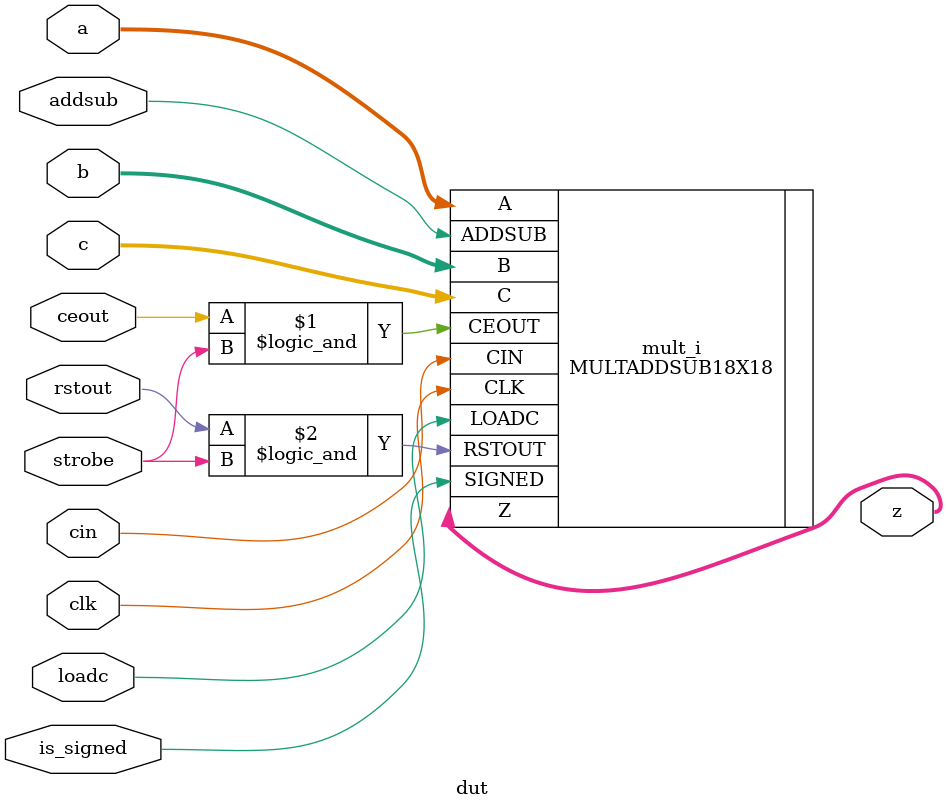
<source format=v>
module dut(
	input clk, strobe,
	input ceout, rstout,
	input is_signed, addsub, cin,
	input loadc,
	input [17:0] a, b,
	input [53:0] c,
	output [53:0] z
);

	MULTADDSUB18X18 #(
		.REGINPUTA("BYPASS"),
		.REGINPUTB("BYPASS"),
		.REGINPUTC("BYPASS"),
		.REGADDSUB("BYPASS"),
		.REGLOADC("BYPASS"),
		.REGLOADC2("BYPASS"),
		.REGCIN("BYPASS"),
		.REGPIPELINE("BYPASS"),
		.REGOUTPUT("REGISTER"),
		.GSR("DISABLED")
	) mult_i (
		.CLK(clk),
		.A(a),
		.B(b),
		.C(c),
		.CEOUT(ceout && strobe), .RSTOUT(rstout && strobe),
		.SIGNED(is_signed),
		.ADDSUB(addsub),
		.LOADC(loadc),
		.CIN(cin),
		.Z(z)
	);

endmodule

</source>
